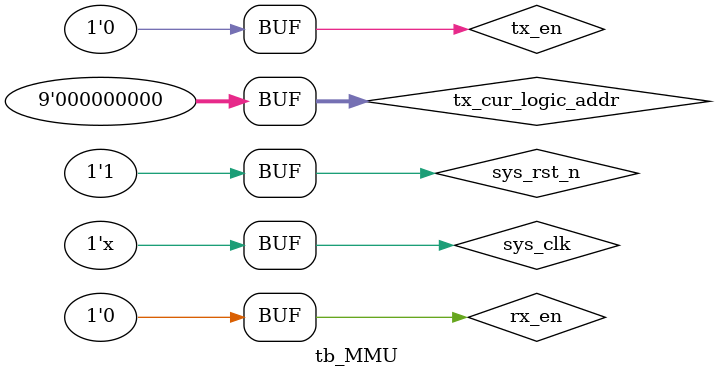
<source format=v>
`timescale 1ns / 1ps

module tb_MMU();

reg sys_clk;
reg sys_rst_n;

reg rx_en;
reg tx_en;
reg [8:0] tx_cur_logic_addr;
wire [8:0] rx_cur_logic_addr;

wire [16:0] rx_cur_phy_addr;
wire [16:0] tx_cur_phy_addr;



initial begin
    sys_clk = 1'b0;
    sys_rst_n <= 1'b0;
    tx_cur_logic_addr <= 9'd0;
    #100
    sys_rst_n <= 1'b1;
    rx_en <= 1'b1;
    tx_en <= 1'b1;
    tx_cur_logic_addr <= 9'd10;
    #300
    rx_en <= 1'b0;
    tx_en <= 1'b0;
    #50
    rx_en <= 1'b1;
    tx_en <= 1'b1;
    tx_cur_logic_addr <= 9'd0;
    #300
    rx_en <= 1'b0;
    tx_en <= 1'b0;
end

always #5 sys_clk = ~sys_clk;

MMU MMU_inst(
    //---------------------------------系统信号----------------------------------------
    .sys_clk     (sys_clk),//input wire 
    .sys_rst_n   (sys_rst_n),//input wire 
    //--------------------------------------------------------------------------------
    
    //------------------------------面向ctl_center的接口--------------------------------
    //rx
    .rx_en              (rx_en),//接收使能信号    input wire 

    .rx_cur_logic_addr  (rx_cur_logic_addr),//输出的当前rx逻辑地址    output reg [8:0] 
    //tx
    .tx_en              (tx_en),//接收使能信号，有接收仲裁模块提供   input wire 
    .tx_cur_logic_addr  (tx_cur_logic_addr),//输出的当前tx逻辑地址    input wire [8:0] 

    //------------------------------------面向RAM的接口----------------------------------
    //rx
    .rx_cur_phy_addr    (rx_cur_phy_addr),//输出当前rx物理地址    output reg [16:0] 
    //tx
    .tx_cur_phy_addr    (tx_cur_phy_addr)//输出当前tx物理地址 output reg [16:0] 

);

endmodule
</source>
